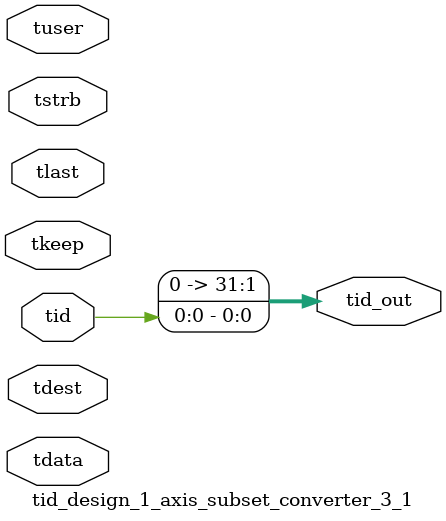
<source format=v>


`timescale 1ps/1ps

module tid_design_1_axis_subset_converter_3_1 #
(
parameter C_S_AXIS_TID_WIDTH   = 1,
parameter C_S_AXIS_TUSER_WIDTH = 0,
parameter C_S_AXIS_TDATA_WIDTH = 0,
parameter C_S_AXIS_TDEST_WIDTH = 0,
parameter C_M_AXIS_TID_WIDTH   = 32
)
(
input  [(C_S_AXIS_TID_WIDTH   == 0 ? 1 : C_S_AXIS_TID_WIDTH)-1:0       ] tid,
input  [(C_S_AXIS_TDATA_WIDTH == 0 ? 1 : C_S_AXIS_TDATA_WIDTH)-1:0     ] tdata,
input  [(C_S_AXIS_TUSER_WIDTH == 0 ? 1 : C_S_AXIS_TUSER_WIDTH)-1:0     ] tuser,
input  [(C_S_AXIS_TDEST_WIDTH == 0 ? 1 : C_S_AXIS_TDEST_WIDTH)-1:0     ] tdest,
input  [(C_S_AXIS_TDATA_WIDTH/8)-1:0 ] tkeep,
input  [(C_S_AXIS_TDATA_WIDTH/8)-1:0 ] tstrb,
input                                                                    tlast,
output [(C_M_AXIS_TID_WIDTH   == 0 ? 1 : C_M_AXIS_TID_WIDTH)-1:0       ] tid_out
);

assign tid_out = {tid[0:0]};

endmodule


</source>
